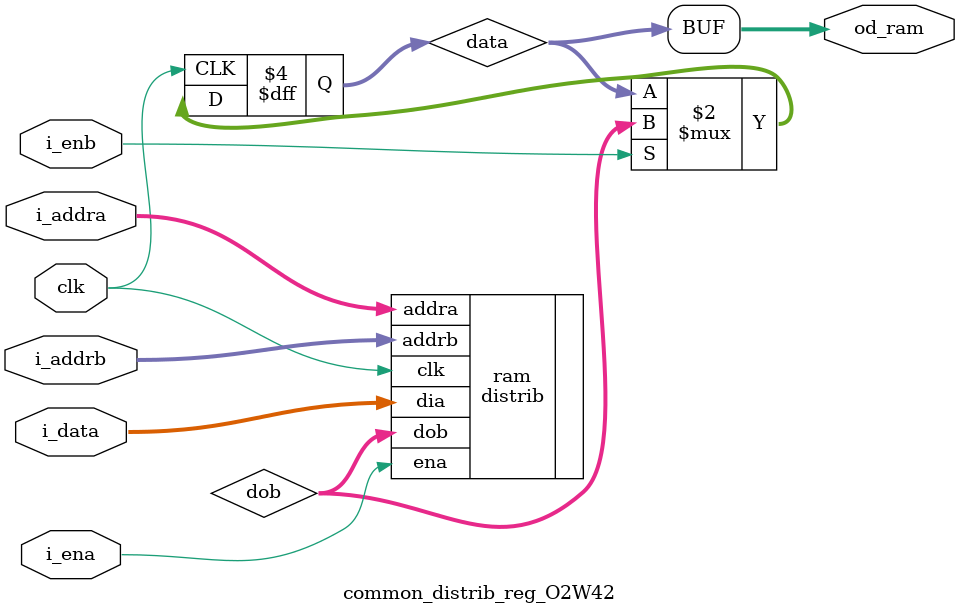
<source format=sv>
`timescale 100ps/100ps

(* keep_hierarchy = "yes" *) module common_distrib_reg_O2W42 (
    input  bit clk,
    input  bit i_ena,
    input  bit [1:0] i_addra,
    input  bit [41:0] i_data,
    input  bit i_enb,
    input  bit [1:0] i_addrb,
    output bit [41:0] od_ram
);


///////////////////////////////////////////////////////////
///////////////////////////////////////////////////////////
bit [41:0] data;
bit [41:0] dob;

distrib #(
    .ORDER               (2),
    .WIDTH               (42))
ram (
    .clk                 (clk),
    .ena                 (i_ena),
    .addra               (i_addra),
    .dia                 (i_data),
    .addrb               (i_addrb),
    .dob                 (dob));


///////////////////////////////////////////////////////////
///////////////////////////////////////////////////////////
always_ff @(posedge clk)
begin
    if (i_enb) begin
        data <= dob;
    end
end
assign od_ram = data;

endmodule
</source>
